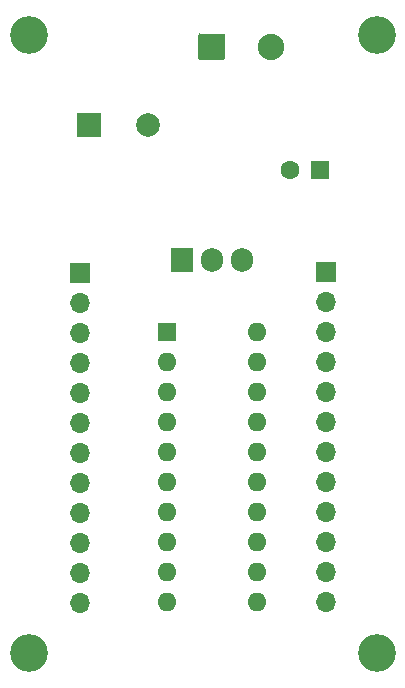
<source format=gbs>
G04 #@! TF.GenerationSoftware,KiCad,Pcbnew,5.1.10-1.fc34*
G04 #@! TF.CreationDate,2021-08-21T17:02:38+03:00*
G04 #@! TF.ProjectId,nmea0183-5V-buffer-board,6e6d6561-3031-4383-932d-35562d627566,rev?*
G04 #@! TF.SameCoordinates,Original*
G04 #@! TF.FileFunction,Soldermask,Bot*
G04 #@! TF.FilePolarity,Negative*
%FSLAX46Y46*%
G04 Gerber Fmt 4.6, Leading zero omitted, Abs format (unit mm)*
G04 Created by KiCad (PCBNEW 5.1.10-1.fc34) date 2021-08-21 17:02:38*
%MOMM*%
%LPD*%
G01*
G04 APERTURE LIST*
%ADD10C,3.200000*%
%ADD11C,2.235200*%
%ADD12O,1.600000X1.600000*%
%ADD13R,1.600000X1.600000*%
%ADD14O,1.905000X2.000000*%
%ADD15R,1.905000X2.000000*%
%ADD16O,1.700000X1.700000*%
%ADD17R,1.700000X1.700000*%
%ADD18C,1.600000*%
%ADD19C,2.000000*%
%ADD20R,2.000000X2.000000*%
G04 APERTURE END LIST*
D10*
X160274000Y-132080000D03*
X160274000Y-79756000D03*
X130810000Y-132080000D03*
X130810000Y-79756000D03*
D11*
X151302720Y-80772000D03*
G36*
G01*
X145186400Y-81788000D02*
X145186400Y-79756000D01*
G75*
G02*
X145288000Y-79654400I101600J0D01*
G01*
X147320000Y-79654400D01*
G75*
G02*
X147421600Y-79756000I0J-101600D01*
G01*
X147421600Y-81788000D01*
G75*
G02*
X147320000Y-81889600I-101600J0D01*
G01*
X145288000Y-81889600D01*
G75*
G02*
X145186400Y-81788000I0J101600D01*
G01*
G37*
D12*
X150114000Y-104902000D03*
X142494000Y-127762000D03*
X150114000Y-107442000D03*
X142494000Y-125222000D03*
X150114000Y-109982000D03*
X142494000Y-122682000D03*
X150114000Y-112522000D03*
X142494000Y-120142000D03*
X150114000Y-115062000D03*
X142494000Y-117602000D03*
X150114000Y-117602000D03*
X142494000Y-115062000D03*
X150114000Y-120142000D03*
X142494000Y-112522000D03*
X150114000Y-122682000D03*
X142494000Y-109982000D03*
X150114000Y-125222000D03*
X142494000Y-107442000D03*
X150114000Y-127762000D03*
D13*
X142494000Y-104902000D03*
D14*
X148844000Y-98806000D03*
X146304000Y-98806000D03*
D15*
X143764000Y-98806000D03*
D16*
X155956000Y-127762000D03*
X155956000Y-125222000D03*
X155956000Y-122682000D03*
X155956000Y-120142000D03*
X155956000Y-117602000D03*
X155956000Y-115062000D03*
X155956000Y-112522000D03*
X155956000Y-109982000D03*
X155956000Y-107442000D03*
X155956000Y-104902000D03*
X155956000Y-102362000D03*
D17*
X155956000Y-99822000D03*
D16*
X135128000Y-127868000D03*
X135128000Y-125328000D03*
X135128000Y-122788000D03*
X135128000Y-120248000D03*
X135128000Y-117708000D03*
X135128000Y-115168000D03*
X135128000Y-112628000D03*
X135128000Y-110088000D03*
X135128000Y-107548000D03*
X135128000Y-105008000D03*
X135128000Y-102468000D03*
D17*
X135128000Y-99928000D03*
D18*
X152948000Y-91186000D03*
D13*
X155448000Y-91186000D03*
D19*
X140890000Y-87376000D03*
D20*
X135890000Y-87376000D03*
M02*

</source>
